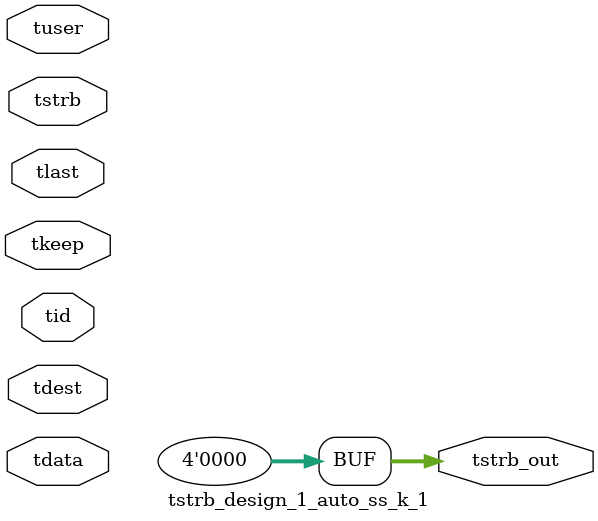
<source format=v>


`timescale 1ps/1ps

module tstrb_design_1_auto_ss_k_1 #
(
parameter C_S_AXIS_TDATA_WIDTH = 32,
parameter C_S_AXIS_TUSER_WIDTH = 0,
parameter C_S_AXIS_TID_WIDTH   = 0,
parameter C_S_AXIS_TDEST_WIDTH = 0,
parameter C_M_AXIS_TDATA_WIDTH = 32
)
(
input  [(C_S_AXIS_TDATA_WIDTH == 0 ? 1 : C_S_AXIS_TDATA_WIDTH)-1:0     ] tdata,
input  [(C_S_AXIS_TUSER_WIDTH == 0 ? 1 : C_S_AXIS_TUSER_WIDTH)-1:0     ] tuser,
input  [(C_S_AXIS_TID_WIDTH   == 0 ? 1 : C_S_AXIS_TID_WIDTH)-1:0       ] tid,
input  [(C_S_AXIS_TDEST_WIDTH == 0 ? 1 : C_S_AXIS_TDEST_WIDTH)-1:0     ] tdest,
input  [(C_S_AXIS_TDATA_WIDTH/8)-1:0 ] tkeep,
input  [(C_S_AXIS_TDATA_WIDTH/8)-1:0 ] tstrb,
input                                                                    tlast,
output [(C_M_AXIS_TDATA_WIDTH/8)-1:0 ] tstrb_out
);

assign tstrb_out = {1'b0};

endmodule


</source>
